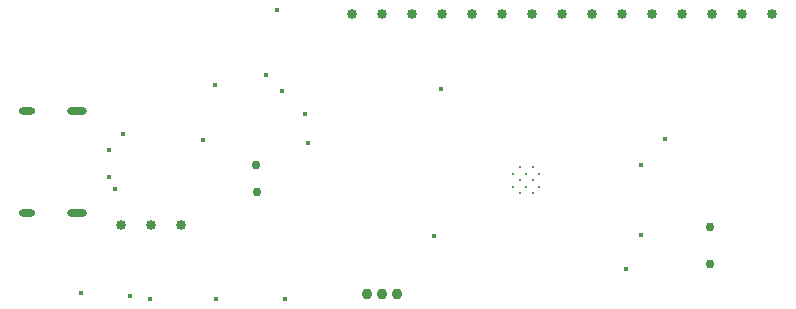
<source format=gbr>
%TF.GenerationSoftware,Altium Limited,Altium Designer,24.0.1 (36)*%
G04 Layer_Color=0*
%FSLAX45Y45*%
%MOMM*%
%TF.SameCoordinates,0E29F696-F137-483D-8A73-7D746D5A856F*%
%TF.FilePolarity,Positive*%
%TF.FileFunction,Plated,1,2,PTH,Drill*%
%TF.Part,Single*%
G01*
G75*
%TA.AperFunction,ComponentDrill*%
%ADD78C,0.30000*%
%ADD79C,0.85000*%
%ADD80C,0.85000*%
%ADD81C,0.93000*%
%ADD82O,1.70000X0.60000*%
%ADD83O,1.40000X0.60000*%
%TA.AperFunction,ViaDrill,NotFilled*%
%ADD84C,0.75000*%
%ADD85C,0.40000*%
D78*
X4586000Y1401000D02*
D03*
X4476000D02*
D03*
X4531000Y1456000D02*
D03*
X4421000D02*
D03*
X4531000Y1346000D02*
D03*
X4586000Y1291000D02*
D03*
X4476000D02*
D03*
X4421000Y1346000D02*
D03*
X4531000Y1236000D02*
D03*
X4366000Y1401000D02*
D03*
Y1291000D02*
D03*
X4421000Y1236000D02*
D03*
D79*
X6556000Y2750000D02*
D03*
X6302000D02*
D03*
X5032000D02*
D03*
X5286000D02*
D03*
X5540000D02*
D03*
X5794000D02*
D03*
X6048000D02*
D03*
D80*
X4778000D02*
D03*
X4524000D02*
D03*
X4270000D02*
D03*
X4016000D02*
D03*
X3000000D02*
D03*
X3254000D02*
D03*
X3508000D02*
D03*
X3762000D02*
D03*
X1041400Y965200D02*
D03*
X1295400D02*
D03*
X1549400D02*
D03*
D81*
X3124200Y378285D02*
D03*
X3251200D02*
D03*
X3378200D02*
D03*
D82*
X668000Y1068000D02*
D03*
Y1932000D02*
D03*
D83*
X250000Y1068000D02*
D03*
Y1932000D02*
D03*
D84*
X2184400Y1473200D02*
D03*
X2195800Y1244600D02*
D03*
X6032500Y635000D02*
D03*
Y952500D02*
D03*
D85*
X939800Y1371600D02*
D03*
Y1600200D02*
D03*
X2364740Y2788920D02*
D03*
X2603500Y1905000D02*
D03*
X5654040Y1691640D02*
D03*
X1117600Y365760D02*
D03*
X703700Y386814D02*
D03*
X1287900Y336880D02*
D03*
X1740480Y1684020D02*
D03*
X1836420Y2153920D02*
D03*
X2268220Y2232660D02*
D03*
X5318760Y596900D02*
D03*
X2626360Y1656080D02*
D03*
X3695700Y876300D02*
D03*
X5445760Y881380D02*
D03*
X5447000Y1476000D02*
D03*
X990600Y1270000D02*
D03*
X3754120Y2120900D02*
D03*
X2430900Y342880D02*
D03*
X1846700Y336880D02*
D03*
X2405380Y2103120D02*
D03*
X1063280Y1734820D02*
D03*
%TF.MD5,e4d74619cd604d5bf6d5a81c7665f4b3*%
M02*

</source>
